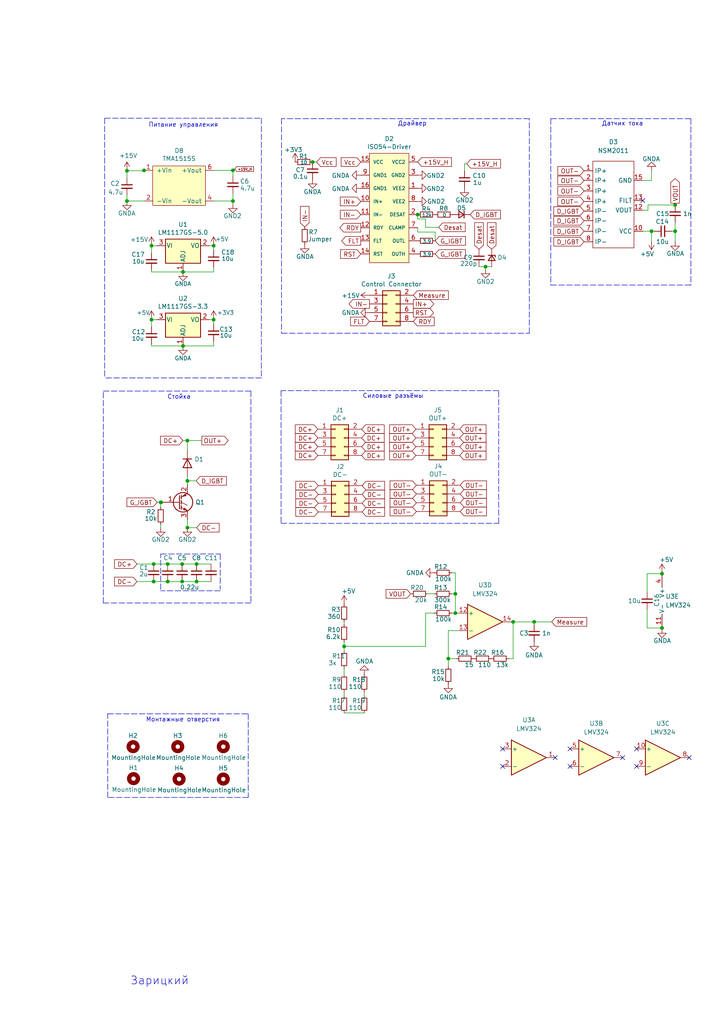
<source format=kicad_sch>
(kicad_sch (version 20211123) (generator eeschema)
  (paper "A4" portrait)
  (title_block (title "Регулятор тока обмотки возбуждения") (date "2021-12-14") (company "ООО \"ЭТТ\"") (comment 1 "НВТЦ 435332.01 РТОВ ЭЗ") (comment 2 "Филатов") (comment 3 "Сизякин") (comment 4 "Попель"))
  (lib_symbols
    (symbol "Amplifier_Operational:LMV324" (pin_names (offset 0.127))
      (property "Reference" "U" (at 0 5.08 0))
      (property "Value" "LMV324" (at 0 -5.08 0))
      (symbol "LMV324_1_1"
        (pin output line (at 7.62 0 180) (length 2.54) (name "~") (number "1"))
        (pin input line (at -7.62 -2.54 0) (length 2.54) (name "-") (number "2"))
        (pin input line (at -7.62 2.54 0) (length 2.54) (name "+") (number "3"))
      )
      (symbol "LMV324_2_1"
        (pin input line (at -7.62 2.54 0) (length 2.54) (name "+") (number "5"))
        (pin input line (at -7.62 -2.54 0) (length 2.54) (name "-") (number "6"))
        (pin output line (at 7.62 0 180) (length 2.54) (name "~") (number "7"))
      )
      (symbol "LMV324_3_1"
        (pin input line (at -7.62 2.54 0) (length 2.54) (name "+") (number "10"))
        (pin output line (at 7.62 0 180) (length 2.54) (name "~") (number "8"))
        (pin input line (at -7.62 -2.54 0) (length 2.54) (name "-") (number "9"))
      )
      (symbol "LMV324_4_1"
        (pin input line (at -7.62 2.54 0) (length 2.54) (name "+") (number "12"))
        (pin input line (at -7.62 -2.54 0) (length 2.54) (name "-") (number "13"))
        (pin output line (at 7.62 0 180) (length 2.54) (name "~") (number "14"))
      )
      (symbol "LMV324_5_1"
        (pin power_in line (at -2.54 -7.62 90) (length 3.81) (name "V-") (number "11"))
        (pin power_in line (at -2.54 7.62 270) (length 3.81) (name "V+") (number "4"))
      )
    )
    (symbol "Connector_Generic:Conn_02x04_Odd_Even" (pin_names (offset 1.016) hide)
      (property "Reference" "J" (at 1.27 5.08 0))
      (property "Value" "Conn_02x04_Odd_Even" (at 1.27 -7.62 0))
      (symbol "Conn_02x04_Odd_Even_1_1"
        (pin passive line (at -5.08 2.54 0) (length 3.81) (name "Pin_1") (number "1"))
        (pin passive line (at 7.62 2.54 180) (length 3.81) (name "Pin_2") (number "2"))
        (pin passive line (at -5.08 0 0) (length 3.81) (name "Pin_3") (number "3"))
        (pin passive line (at 7.62 0 180) (length 3.81) (name "Pin_4") (number "4"))
        (pin passive line (at -5.08 -2.54 0) (length 3.81) (name "Pin_5") (number "5"))
        (pin passive line (at 7.62 -2.54 180) (length 3.81) (name "Pin_6") (number "6"))
        (pin passive line (at -5.08 -5.08 0) (length 3.81) (name "Pin_7") (number "7"))
        (pin passive line (at 7.62 -5.08 180) (length 3.81) (name "Pin_8") (number "8"))
      )
    )
    (symbol "Current_Sensor:NSM2011"
      (property "Reference" "D" (at 0.254 3.81 0))
      (property "Value" "NSM2011" (at 0.254 1.524 0))
      (symbol "NSM2011_1_1"
        (pin input line (at -8.382 -2.794 0) (length 2.54) (name "IP+") (number "1"))
        (pin input line (at 8.636 -20.32 180) (length 2.54) (name "VCC") (number "10"))
        (pin input line (at 8.636 -14.224 180) (length 2.54) (name "VOUT") (number "12"))
        (pin input line (at 8.636 -11.43 180) (length 2.54) (name "FILT") (number "13"))
        (pin input line (at 8.636 -5.588 180) (length 2.54) (name "GND") (number "15"))
        (pin input line (at -8.382 -5.588 0) (length 2.54) (name "IP+") (number "2"))
        (pin input line (at -8.382 -8.636 0) (length 2.54) (name "IP+") (number "3"))
        (pin input line (at -8.382 -11.684 0) (length 2.54) (name "IP+") (number "4"))
        (pin input line (at -8.382 -14.478 0) (length 2.54) (name "IP-") (number "5"))
        (pin input line (at -8.382 -17.272 0) (length 2.54) (name "IP-") (number "6"))
        (pin input line (at -8.382 -20.32 0) (length 2.54) (name "IP-") (number "7"))
        (pin input line (at -8.382 -23.368 0) (length 2.54) (name "IP-") (number "8"))
      )
    )
    (symbol "Device:C_Small" (pin_numbers hide) (pin_names (offset 0.254) hide)
      (property "Reference" "C" (at 0.254 1.778 0))
      (property "Value" "C_Small" (at 0.254 -2.032 0))
      (symbol "C_Small_1_1"
        (pin passive line (at 0 2.54 270) (length 2.032) (name "~") (number "1"))
        (pin passive line (at 0 -2.54 90) (length 2.032) (name "~") (number "2"))
      )
    )
    (symbol "Device:D" (pin_numbers hide) (pin_names (offset 1.016) hide)
      (property "Reference" "D" (at 0 2.54 0))
      (property "Value" "D" (at 0 -2.54 0))
      (symbol "D_1_1"
        (pin passive line (at -3.81 0 0) (length 2.54) (name "K") (number "1"))
        (pin passive line (at 3.81 0 180) (length 2.54) (name "A") (number "2"))
      )
    )
    (symbol "Device:D_Small" (pin_numbers hide) (pin_names (offset 0.254) hide)
      (property "Reference" "D" (at -1.27 2.032 0))
      (property "Value" "D_Small" (at -3.81 -2.032 0))
      (symbol "D_Small_1_1"
        (pin passive line (at -2.54 0 0) (length 1.778) (name "K") (number "1"))
        (pin passive line (at 2.54 0 180) (length 1.778) (name "A") (number "2"))
      )
    )
    (symbol "Device:D_Zener_Small" (pin_numbers hide) (pin_names (offset 0.254) hide)
      (property "Reference" "D" (at 0 2.286 0))
      (property "Value" "D_Zener_Small" (at 0 -2.286 0))
      (symbol "D_Zener_Small_1_1"
        (pin passive line (at -2.54 0 0) (length 1.778) (name "K") (number "1"))
        (pin passive line (at 2.54 0 180) (length 1.778) (name "A") (number "2"))
      )
    )
    (symbol "Device:Q_NIGBT_GCE" (pin_names (offset 0) hide)
      (property "Reference" "Q" (at 5.08 1.27 0))
      (property "Value" "Q_NIGBT_GCE" (at 5.08 -1.27 0))
      (symbol "Q_NIGBT_GCE_1_1"
        (pin input line (at -5.08 0 0) (length 5.334) (name "G") (number "1"))
        (pin passive line (at 2.54 5.08 270) (length 2.54) (name "C") (number "2"))
        (pin passive line (at 2.54 -5.08 90) (length 2.54) (name "E") (number "3"))
      )
    )
    (symbol "Device:R_Small" (pin_numbers hide) (pin_names (offset 0.254) hide)
      (property "Reference" "R" (at 0.762 0.508 0))
      (property "Value" "R_Small" (at 0.762 -1.016 0))
      (symbol "R_Small_1_1"
        (pin passive line (at 0 2.54 270) (length 0.762) (name "~") (number "1"))
        (pin passive line (at 0 -2.54 90) (length 0.762) (name "~") (number "2"))
      )
    )
    (symbol "Linear_Regulator:TMA1515S" (pin_names (offset 1.016))
      (property "Reference" "D" (at 0 0 0))
      (property "Value" "Linear_Regulator_TMA1515S" (at 0 -2.54 0))
      (symbol "TMA1515S_1_1"
        (pin input line (at -10.16 -6.35 0) (length 2.54) (name "+Vin") (number "1"))
        (pin input line (at -10.16 -15.24 0) (length 2.54) (name "-Vin") (number "2"))
        (pin input line (at 10.16 -15.24 180) (length 2.54) (name "-Vout") (number "4"))
        (pin input line (at 10.16 -6.35 180) (length 2.54) (name "+Vout") (number "6"))
      )
    )
    (symbol "Mechanical:MountingHole" (pin_names (offset 1.016))
      (property "Reference" "H" (at 0 5.08 0))
      (property "Value" "MountingHole" (at 0 3.175 0))
    )
    (symbol "Regulator_Linear:LM1117-ADJ" (pin_names (offset 0.254))
      (property "Reference" "U" (at -3.81 3.175 0))
      (property "Value" "LM1117-ADJ" (at 0 3.175 0))
      (symbol "LM1117-ADJ_1_1"
        (pin input line (at 0 -7.62 90) (length 2.54) (name "ADJ") (number "1"))
        (pin power_out line (at 7.62 0 180) (length 2.54) (name "VO") (number "2"))
        (pin power_in line (at -7.62 0 0) (length 2.54) (name "VI") (number "3"))
      )
    )
    (symbol "power:+15V" (power) (pin_names (offset 0))
      (property "Value" "+15V" (at 0 3.556 0))
      (symbol "+15V_1_1"
        (pin power_in line (at 0 0 90) (length 0) hide (name "+15V") (number "1"))
      )
    )
    (symbol "power:+3.3V" (power) (pin_names (offset 0))
      (property "Value" "+3.3V" (at 0 3.556 0))
      (symbol "+3.3V_1_1"
        (pin power_in line (at 0 0 90) (length 0) hide (name "+3V3") (number "1"))
      )
    )
    (symbol "power:+5V" (power) (pin_names (offset 0))
      (property "Value" "+5V" (at 0 3.556 0))
      (symbol "+5V_1_1"
        (pin power_in line (at 0 0 90) (length 0) hide (name "+5V") (number "1"))
      )
    )
    (symbol "power:GND2" (power) (pin_names (offset 0))
      (property "Value" "GND2" (at 0 -3.81 0))
      (symbol "GND2_1_1"
        (pin power_in line (at 0 0 270) (length 0) hide (name "GND2") (number "1"))
      )
    )
    (symbol "power:GNDA" (power) (pin_names (offset 0))
      (property "Value" "GNDA" (at 0 -3.81 0))
      (symbol "GNDA_1_1"
        (pin power_in line (at 0 0 270) (length 0) hide (name "GNDA") (number "1"))
      )
    )
    (symbol "Драйвер-IGBT-rescue:ISO54-Driver-Driver_SiC-rescue-Драйвер-IGBT-rescue-Драйвер-IGBT-rescue" (pin_names (offset 1.016))
      (property "Reference" "D" (at 0 0 0))
      (property "Value" "ISO54-Driver-Driver_SiC-rescue-Драйвер-IGBT-rescue-Драйвер-IGBT-rescue" (at 0 -2.54 0))
      (symbol "ISO54-Driver-Driver_SiC-rescue-Драйвер-IGBT-rescue-Драйвер-IGBT-rescue_1_1"
        (pin input line (at 7.62 -13.97 180) (length 2.54) (name "VEE2") (number "1"))
        (pin input line (at -8.89 -17.78 0) (length 2.54) (name "IN+") (number "10"))
        (pin input line (at -8.89 -21.59 0) (length 2.54) (name "IN-") (number "11"))
        (pin input line (at -8.89 -25.4 0) (length 2.54) (name "RDY") (number "12"))
        (pin input line (at -8.89 -29.21 0) (length 2.54) (name "FLT") (number "13"))
        (pin input line (at -8.89 -33.02 0) (length 2.54) (name "RST") (number "14"))
        (pin input line (at -8.89 -6.35 0) (length 2.54) (name "VCC") (number "15"))
        (pin input line (at -8.89 -13.97 0) (length 2.54) (name "GND1") (number "16"))
        (pin input line (at 7.62 -21.59 180) (length 2.54) (name "DESAT") (number "2"))
        (pin input line (at 7.62 -10.16 180) (length 2.54) (name "GND2") (number "3"))
        (pin input line (at 7.62 -33.02 180) (length 2.54) (name "OUTH") (number "4"))
        (pin input line (at 7.62 -6.35 180) (length 2.54) (name "VCC2") (number "5"))
        (pin input line (at 7.62 -29.21 180) (length 2.54) (name "OUTL") (number "6"))
        (pin input line (at 7.62 -25.4 180) (length 2.54) (name "CLAMP") (number "7"))
        (pin input line (at 7.62 -17.78 180) (length 2.54) (name "VEE2") (number "8"))
        (pin input line (at -8.89 -10.16 0) (length 2.54) (name "GND1") (number "9"))
      )
    )
  )
  (junction (at 121.158 62.23))
  (junction (at 46.736 145.669))
  (junction (at 188.976 67.056))
  (junction (at 195.834 59.436))
  (junction (at 43.942 92.71))
  (junction (at 41.783 49.403))
  (junction (at 192.024 166.37))
  (junction (at 140.843 77.343))
  (junction (at 53.086 100.33))
  (junction (at 61.976 92.71))
  (junction (at 61.976 71.247))
  (junction (at 57.023 168.656))
  (junction (at 54.356 139.446))
  (junction (at 52.832 163.576))
  (junction (at 67.564 58.293))
  (junction (at 43.942 71.247))
  (junction (at 154.94 180.34))
  (junction (at 192.024 182.118))
  (junction (at 36.83 58.293))
  (junction (at 36.83 49.53))
  (junction (at 48.641 168.656))
  (junction (at 90.678 46.99))
  (junction (at 48.641 163.576))
  (junction (at 54.356 127.762))
  (junction (at 53.086 78.867))
  (junction (at 132.08 172.212))
  (junction (at 195.834 67.056))
  (junction (at 46.609 145.669))
  (junction (at 44.577 168.656))
  (junction (at 132.08 177.8))
  (junction (at 44.577 163.576))
  (junction (at 148.844 180.34))
  (junction (at 130.048 191.008))
  (junction (at 57.023 163.576))
  (junction (at 67.564 49.403))
  (junction (at 99.822 187.452))
  (junction (at 54.356 153.035))
  (junction (at 52.832 168.656))
  (no_connect (at 186.436 58.166))
  (no_connect (at 199.898 219.71))
  (no_connect (at 145.796 217.17))
  (no_connect (at 145.796 222.25))
  (no_connect (at 161.036 219.71))
  (no_connect (at 165.354 217.17))
  (no_connect (at 165.354 222.25))
  (no_connect (at 180.594 219.71))
  (no_connect (at 184.658 217.17))
  (no_connect (at 184.658 222.25))
  (wire (pts (xy 140.843 77.343) (xy 142.621 77.343)))
  (polyline (pts (xy 159.766 82.677) (xy 200.406 82.677)))
  (wire (pts (xy 154.94 180.34) (xy 160.02 180.34)))
  (polyline (pts (xy 200.406 34.417) (xy 200.406 82.677)))
  (wire (pts (xy 52.832 163.576) (xy 48.641 163.576)))
  (polyline (pts (xy 81.661 34.417) (xy 81.661 96.647)))
  (polyline (pts (xy 30.353 34.29) (xy 75.819 34.29)))
  (wire (pts (xy 67.564 49.022) (xy 68.072 49.022)))
  (polyline (pts (xy 30.353 34.29) (xy 30.353 109.601)))
  (wire (pts (xy 43.942 78.867) (xy 53.086 78.867)))
  (wire (pts (xy 130.048 182.88) (xy 133.096 182.88)))
  (wire (pts (xy 36.83 51.562) (xy 36.83 49.53)))
  (wire (pts (xy 57.023 163.576) (xy 61.214 163.576)))
  (wire (pts (xy 188.976 67.056) (xy 188.976 69.85)))
  (polyline (pts (xy 153.543 34.417) (xy 81.661 34.417)))
  (polyline (pts (xy 81.534 113.284) (xy 81.534 151.765)))
  (wire (pts (xy 121.158 63.5) (xy 121.158 62.23)))
  (wire (pts (xy 131.064 166.116) (xy 132.08 166.116)))
  (wire (pts (xy 105.664 200.66) (xy 105.664 201.676)))
  (wire (pts (xy 43.942 94.742) (xy 43.942 92.71)))
  (wire (pts (xy 132.08 166.116) (xy 132.08 172.212)))
  (polyline (pts (xy 144.653 113.284) (xy 81.534 113.284)))
  (wire (pts (xy 48.641 168.656) (xy 44.577 168.656)))
  (wire (pts (xy 132.08 177.8) (xy 133.096 177.8)))
  (wire (pts (xy 67.564 56.134) (xy 67.564 58.293)))
  (wire (pts (xy 54.356 150.749) (xy 54.356 153.035)))
  (wire (pts (xy 67.564 58.293) (xy 67.564 59.182)))
  (wire (pts (xy 46.609 147.066) (xy 46.609 145.669)))
  (wire (pts (xy 192.024 182.118) (xy 192.024 181.864)))
  (wire (pts (xy 125.984 177.8) (xy 123.444 177.8)))
  (polyline (pts (xy 159.766 34.417) (xy 200.406 34.417)))
  (wire (pts (xy 188.976 67.056) (xy 189.738 67.056)))
  (polyline (pts (xy 31.242 231.267) (xy 31.242 207.01)))
  (polyline (pts (xy 75.819 109.601) (xy 30.353 109.601)))
  (wire (pts (xy 44.577 163.576) (xy 48.641 163.576)))
  (wire (pts (xy 99.822 187.452) (xy 123.444 187.452)))
  (polyline (pts (xy 29.972 113.411) (xy 72.771 113.411)))
  (wire (pts (xy 131.064 177.8) (xy 132.08 177.8)))
  (wire (pts (xy 134.747 49.53) (xy 134.747 47.498)))
  (wire (pts (xy 188.976 52.324) (xy 186.436 52.324)))
  (wire (pts (xy 192.024 182.372) (xy 192.024 182.118)))
  (wire (pts (xy 123.444 177.8) (xy 123.444 187.452)))
  (wire (pts (xy 192.024 166.116) (xy 192.024 166.37)))
  (polyline (pts (xy 72.771 113.411) (xy 72.771 174.879)))
  (wire (pts (xy 123.444 63.5) (xy 121.158 63.5)))
  (wire (pts (xy 52.832 163.576) (xy 57.023 163.576)))
  (wire (pts (xy 60.706 71.247) (xy 61.976 71.247)))
  (wire (pts (xy 54.356 127.762) (xy 54.356 130.556)))
  (wire (pts (xy 148.844 180.34) (xy 148.336 180.34)))
  (wire (pts (xy 39.751 168.656) (xy 44.577 168.656)))
  (wire (pts (xy 43.942 78.359) (xy 43.942 78.867)))
  (wire (pts (xy 46.609 152.146) (xy 46.609 153.035)))
  (polyline (pts (xy 144.653 151.765) (xy 144.653 113.284)))
  (wire (pts (xy 148.844 180.34) (xy 148.844 191.008)))
  (wire (pts (xy 61.976 77.597) (xy 61.976 78.867)))
  (wire (pts (xy 154.94 180.34) (xy 154.94 181.102)))
  (polyline (pts (xy 63.881 160.655) (xy 63.881 170.942)))
  (wire (pts (xy 124.206 172.212) (xy 125.984 172.212)))
  (wire (pts (xy 45.593 145.669) (xy 46.609 145.669)))
  (wire (pts (xy 121.158 66.04) (xy 121.158 67.31)))
  (wire (pts (xy 43.942 99.822) (xy 43.942 100.33)))
  (wire (pts (xy 62.103 49.403) (xy 67.564 49.403)))
  (wire (pts (xy 36.83 49.53) (xy 41.783 49.53)))
  (wire (pts (xy 43.942 71.247) (xy 45.466 71.247)))
  (wire (pts (xy 195.834 67.056) (xy 195.834 70.104)))
  (wire (pts (xy 67.564 51.054) (xy 67.564 49.403)))
  (wire (pts (xy 39.751 163.576) (xy 44.577 163.576)))
  (wire (pts (xy 138.938 77.343) (xy 140.843 77.343)))
  (wire (pts (xy 99.822 180.34) (xy 99.822 181.102)))
  (wire (pts (xy 134.747 47.498) (xy 135.382 47.498)))
  (wire (pts (xy 130.048 182.88) (xy 130.048 191.008)))
  (wire (pts (xy 54.356 139.446) (xy 54.356 140.589)))
  (wire (pts (xy 54.356 153.035) (xy 57.023 153.035)))
  (wire (pts (xy 187.706 171.704) (xy 187.706 166.37)))
  (wire (pts (xy 99.822 187.452) (xy 99.822 188.722)))
  (wire (pts (xy 53.086 127.762) (xy 54.356 127.762)))
  (wire (pts (xy 186.436 67.056) (xy 188.976 67.056)))
  (wire (pts (xy 62.103 58.293) (xy 67.564 58.293)))
  (wire (pts (xy 67.564 49.403) (xy 67.564 49.022)))
  (wire (pts (xy 46.609 145.669) (xy 46.736 145.669)))
  (polyline (pts (xy 75.819 34.29) (xy 75.819 109.601)))
  (wire (pts (xy 187.96 60.96) (xy 186.436 60.96)))
  (wire (pts (xy 43.942 100.33) (xy 53.086 100.33)))
  (wire (pts (xy 56.896 139.446) (xy 54.356 139.446)))
  (wire (pts (xy 36.83 56.642) (xy 36.83 58.293)))
  (wire (pts (xy 54.356 138.176) (xy 54.356 139.446)))
  (wire (pts (xy 130.048 191.008) (xy 130.048 193.294)))
  (wire (pts (xy 130.048 191.008) (xy 132.334 191.008)))
  (wire (pts (xy 192.024 166.37) (xy 192.024 166.624)))
  (polyline (pts (xy 81.534 151.765) (xy 144.653 151.765)))
  (wire (pts (xy 195.834 59.436) (xy 187.96 59.436)))
  (polyline (pts (xy 72.009 231.267) (xy 31.242 231.267)))
  (wire (pts (xy 99.822 206.756) (xy 105.664 206.756)))
  (wire (pts (xy 61.976 100.33) (xy 53.086 100.33)))
  (wire (pts (xy 188.976 49.53) (xy 188.976 52.324)))
  (wire (pts (xy 90.678 46.99) (xy 91.821 46.99)))
  (polyline (pts (xy 46.609 170.942) (xy 46.609 160.655)))
  (wire (pts (xy 126.238 67.31) (xy 126.238 69.85)))
  (polyline (pts (xy 63.881 171.323) (xy 46.609 171.323)))
  (wire (pts (xy 123.444 65.913) (xy 123.444 63.5)))
  (wire (pts (xy 99.822 200.66) (xy 99.822 201.676)))
  (wire (pts (xy 132.08 172.212) (xy 132.08 177.8)))
  (wire (pts (xy 195.834 64.516) (xy 195.834 67.056)))
  (wire (pts (xy 194.818 67.056) (xy 195.834 67.056)))
  (wire (pts (xy 127.254 65.913) (xy 123.444 65.913)))
  (wire (pts (xy 52.832 168.656) (xy 57.023 168.656)))
  (wire (pts (xy 61.976 99.06) (xy 61.976 100.33)))
  (polyline (pts (xy 31.242 207.01) (xy 72.009 207.01)))
  (wire (pts (xy 148.844 180.34) (xy 154.94 180.34)))
  (wire (pts (xy 61.976 78.867) (xy 53.086 78.867)))
  (polyline (pts (xy 72.009 207.01) (xy 72.009 231.267)))
  (wire (pts (xy 187.706 176.784) (xy 187.706 182.118)))
  (wire (pts (xy 57.023 168.656) (xy 61.214 168.656)))
  (polyline (pts (xy 46.609 160.655) (xy 63.881 160.655)))
  (wire (pts (xy 60.706 92.71) (xy 61.976 92.71)))
  (wire (pts (xy 43.942 92.71) (xy 45.466 92.71)))
  (wire (pts (xy 187.96 59.436) (xy 187.96 60.96)))
  (polyline (pts (xy 29.972 174.879) (xy 29.972 113.411)))
  (wire (pts (xy 195.834 58.928) (xy 195.834 59.436)))
  (wire (pts (xy 187.706 166.37) (xy 192.024 166.37)))
  (wire (pts (xy 147.574 191.008) (xy 148.844 191.008)))
  (wire (pts (xy 121.158 67.31) (xy 126.238 67.31)))
  (polyline (pts (xy 81.661 96.647) (xy 153.543 96.647)))
  (wire (pts (xy 54.356 127.762) (xy 58.547 127.762)))
  (wire (pts (xy 43.942 73.279) (xy 43.942 71.247)))
  (wire (pts (xy 187.706 182.118) (xy 192.024 182.118)))
  (wire (pts (xy 131.064 172.212) (xy 132.08 172.212)))
  (polyline (pts (xy 153.543 96.647) (xy 153.543 34.417)))
  (wire (pts (xy 99.822 193.802) (xy 99.822 195.58)))
  (polyline (pts (xy 159.766 34.417) (xy 159.766 82.677)))
  (polyline (pts (xy 72.771 174.879) (xy 29.972 174.879)))
  (wire (pts (xy 99.822 186.182) (xy 99.822 187.452)))
  (wire (pts (xy 41.783 58.293) (xy 36.83 58.293)))
  (wire (pts (xy 61.976 71.247) (xy 61.976 72.517)))
  (wire (pts (xy 52.832 168.656) (xy 48.641 168.656)))
  (wire (pts (xy 140.843 78.105) (xy 140.843 77.343)))
  (wire (pts (xy 41.783 49.53) (xy 41.783 49.403)))
  (wire (pts (xy 61.976 92.71) (xy 61.976 93.98)))
  (text "Драйвер" (at 115.316 36.703 0) (effects (font (size 1.27 1.27)) (justify left bottom)))
  (text "Зарицкий" (at 37.719 285.877 0) (effects (font (size 2.3114 2.3114)) (justify left bottom)))
  (text "Питание управления" (at 43.053 37.084 0) (effects (font (size 1.27 1.27)) (justify left bottom)))
  (text "Силовые разъёмы" (at 105.156 115.697 0) (effects (font (size 1.27 1.27)) (justify left bottom)))
  (text "Стойка\n" (at 48.514 115.951 0) (effects (font (size 1.27 1.27)) (justify left bottom)))
  (text "Монтажные отверстия" (at 42.291 209.55 0) (effects (font (size 1.27 1.27)) (justify left bottom)))
  (text "Датчик тока\n" (at 174.498 36.703 0) (effects (font (size 1.27 1.27)) (justify left bottom)))
  (global_label "OUT-" (shape input) (at 120.777 148.336 180) (property "Intersheet References" "${INTERSHEET_REFS}" (effects hide)))
  (global_label "+15V_H" (shape input) (at 68.072 49.022 0) (effects (font (size 0.7112 0.7112))) (property "Intersheet References" "${INTERSHEET_REFS}" (effects hide)))
  (global_label "D_IGBT" (shape input) (at 169.418 64.008 180) (property "Intersheet References" "${INTERSHEET_REFS}" (effects hide)))
  (global_label "Vcc" (shape input) (at 91.821 46.99 0) (property "Intersheet References" "${INTERSHEET_REFS}" (effects hide)))
  (global_label "OUT-" (shape input) (at 169.418 58.42 180) (property "Intersheet References" "${INTERSHEET_REFS}" (effects hide)))
  (global_label "D_IGBT" (shape input) (at 169.418 70.104 180) (property "Intersheet References" "${INTERSHEET_REFS}" (effects hide)))
  (global_label "DC-" (shape input) (at 105.029 145.923 0) (property "Intersheet References" "${INTERSHEET_REFS}" (effects hide)))
  (global_label "OUT+" (shape input) (at 120.65 129.54 180) (property "Intersheet References" "${INTERSHEET_REFS}" (effects hide)))
  (global_label "OUT-" (shape input) (at 133.477 148.336 0) (property "Intersheet References" "${INTERSHEET_REFS}" (effects hide)))
  (global_label "+15V_H" (shape input) (at 135.382 47.498 0) (property "Intersheet References" "${INTERSHEET_REFS}" (effects hide)))
  (global_label "OUT-" (shape input) (at 120.777 145.796 180) (property "Intersheet References" "${INTERSHEET_REFS}" (effects hide)))
  (global_label "OUT+" (shape input) (at 120.65 132.08 180) (property "Intersheet References" "${INTERSHEET_REFS}" (effects hide)))
  (global_label "G_IGBT" (shape input) (at 126.238 69.85 0) (property "Intersheet References" "${INTERSHEET_REFS}" (effects hide)))
  (global_label "+15V_H" (shape input) (at 121.158 46.99 0) (property "Intersheet References" "${INTERSHEET_REFS}" (effects hide)))
  (global_label "Vcc" (shape input) (at 104.648 46.99 180) (property "Intersheet References" "${INTERSHEET_REFS}" (effects hide)))
  (global_label "DC+" (shape input) (at 92.202 132.08 180) (property "Intersheet References" "${INTERSHEET_REFS}" (effects hide)))
  (global_label "DC-" (shape input) (at 105.029 148.463 0) (property "Intersheet References" "${INTERSHEET_REFS}" (effects hide)))
  (global_label "OUT-" (shape input) (at 169.418 52.324 180) (property "Intersheet References" "${INTERSHEET_REFS}" (effects hide)))
  (global_label "OUT+" (shape input) (at 120.65 127 180) (property "Intersheet References" "${INTERSHEET_REFS}" (effects hide)))
  (global_label "DC+" (shape input) (at 39.751 163.576 180) (property "Intersheet References" "${INTERSHEET_REFS}" (effects hide)))
  (global_label "DC-" (shape input) (at 92.329 140.843 180) (property "Intersheet References" "${INTERSHEET_REFS}" (effects hide)))
  (global_label "OUT+" (shape input) (at 133.35 124.46 0) (property "Intersheet References" "${INTERSHEET_REFS}" (effects hide)))
  (global_label "IN-" (shape input) (at 104.648 62.23 180) (property "Intersheet References" "${INTERSHEET_REFS}" (effects hide)))
  (global_label "OUT-" (shape input) (at 133.477 143.256 0) (property "Intersheet References" "${INTERSHEET_REFS}" (effects hide)))
  (global_label "DC+" (shape input) (at 92.202 127 180) (property "Intersheet References" "${INTERSHEET_REFS}" (effects hide)))
  (global_label "OUT-" (shape input) (at 169.418 55.372 180) (property "Intersheet References" "${INTERSHEET_REFS}" (effects hide)))
  (global_label "IN-" (shape output) (at 107.188 88.138 180) (property "Intersheet References" "${INTERSHEET_REFS}" (effects hide)))
  (global_label "FLT" (shape output) (at 104.648 69.85 180) (property "Intersheet References" "${INTERSHEET_REFS}" (effects hide)))
  (global_label "RDY" (shape input) (at 119.888 93.218 0) (property "Intersheet References" "${INTERSHEET_REFS}" (effects hide)))
  (global_label "VOUT" (shape input) (at 119.126 172.212 180) (property "Intersheet References" "${INTERSHEET_REFS}" (effects hide)))
  (global_label "IN+" (shape input) (at 104.648 58.42 180) (property "Intersheet References" "${INTERSHEET_REFS}" (effects hide)))
  (global_label "OUT+" (shape input) (at 133.35 132.08 0) (property "Intersheet References" "${INTERSHEET_REFS}" (effects hide)))
  (global_label "OUT-" (shape input) (at 133.477 145.796 0) (property "Intersheet References" "${INTERSHEET_REFS}" (effects hide)))
  (global_label "FLT" (shape input) (at 107.188 93.218 180) (property "Intersheet References" "${INTERSHEET_REFS}" (effects hide)))
  (global_label "RST" (shape output) (at 119.888 90.678 0) (property "Intersheet References" "${INTERSHEET_REFS}" (effects hide)))
  (global_label "DC-" (shape input) (at 92.329 145.923 180) (property "Intersheet References" "${INTERSHEET_REFS}" (effects hide)))
  (global_label "DC+" (shape input) (at 104.902 129.54 0) (property "Intersheet References" "${INTERSHEET_REFS}" (effects hide)))
  (global_label "OUT+" (shape output) (at 58.547 127.762 0) (property "Intersheet References" "${INTERSHEET_REFS}" (effects hide)))
  (global_label "DC-" (shape input) (at 105.029 143.383 0) (property "Intersheet References" "${INTERSHEET_REFS}" (effects hide)))
  (global_label "IN+" (shape output) (at 119.888 88.138 0) (property "Intersheet References" "${INTERSHEET_REFS}" (effects hide)))
  (global_label "OUT+" (shape input) (at 133.35 129.54 0) (property "Intersheet References" "${INTERSHEET_REFS}" (effects hide)))
  (global_label "DC+" (shape input) (at 92.202 129.54 180) (property "Intersheet References" "${INTERSHEET_REFS}" (effects hide)))
  (global_label "Measure" (shape input) (at 160.02 180.34 0) (property "Intersheet References" "${INTERSHEET_REFS}" (effects hide)))
  (global_label "DC+" (shape input) (at 104.902 124.46 0) (property "Intersheet References" "${INTERSHEET_REFS}" (effects hide)))
  (global_label "DC-" (shape input) (at 105.029 140.843 0) (property "Intersheet References" "${INTERSHEET_REFS}" (effects hide)))
  (global_label "D_IGBT" (shape input) (at 169.418 67.056 180) (property "Intersheet References" "${INTERSHEET_REFS}" (effects hide)))
  (global_label "DC+" (shape input) (at 92.202 124.46 180) (property "Intersheet References" "${INTERSHEET_REFS}" (effects hide)))
  (global_label "RST" (shape input) (at 104.648 73.66 180) (property "Intersheet References" "${INTERSHEET_REFS}" (effects hide)))
  (global_label "OUT-" (shape input) (at 133.477 140.716 0) (property "Intersheet References" "${INTERSHEET_REFS}" (effects hide)))
  (global_label "Desat" (shape input) (at 127.254 65.913 0) (property "Intersheet References" "${INTERSHEET_REFS}" (effects hide)))
  (global_label "D_IGBT" (shape input) (at 136.398 62.23 0) (property "Intersheet References" "${INTERSHEET_REFS}" (effects hide)))
  (global_label "D_IGBT" (shape input) (at 56.896 139.446 0) (property "Intersheet References" "${INTERSHEET_REFS}" (effects hide)))
  (global_label "VOUT" (shape output) (at 195.834 58.928 90) (property "Intersheet References" "${INTERSHEET_REFS}" (effects hide)))
  (global_label "OUT-" (shape input) (at 120.777 143.256 180) (property "Intersheet References" "${INTERSHEET_REFS}" (effects hide)))
  (global_label "G_IGBT" (shape input) (at 126.238 73.66 0) (property "Intersheet References" "${INTERSHEET_REFS}" (effects hide)))
  (global_label "DC+" (shape input) (at 104.902 132.08 0) (property "Intersheet References" "${INTERSHEET_REFS}" (effects hide)))
  (global_label "D_IGBT" (shape input) (at 169.418 61.214 180) (property "Intersheet References" "${INTERSHEET_REFS}" (effects hide)))
  (global_label "OUT+" (shape input) (at 120.65 124.46 180) (property "Intersheet References" "${INTERSHEET_REFS}" (effects hide)))
  (global_label "DC+" (shape input) (at 104.902 127 0) (property "Intersheet References" "${INTERSHEET_REFS}" (effects hide)))
  (global_label "G_IGBT" (shape input) (at 45.593 145.669 180) (property "Intersheet References" "${INTERSHEET_REFS}" (effects hide)))
  (global_label "DC-" (shape input) (at 92.329 148.463 180) (property "Intersheet References" "${INTERSHEET_REFS}" (effects hide)))
  (global_label "RDY" (shape output) (at 104.648 66.04 180) (property "Intersheet References" "${INTERSHEET_REFS}" (effects hide)))
  (global_label "DC-" (shape input) (at 57.023 153.035 0) (property "Intersheet References" "${INTERSHEET_REFS}" (effects hide)))
  (global_label "Measure" (shape input) (at 119.888 85.598 0) (property "Intersheet References" "${INTERSHEET_REFS}" (effects hide)))
  (global_label "Desat" (shape input) (at 142.621 72.263 90) (property "Intersheet References" "${INTERSHEET_REFS}" (effects hide)))
  (global_label "DC-" (shape input) (at 92.329 143.383 180) (property "Intersheet References" "${INTERSHEET_REFS}" (effects hide)))
  (global_label "IN-" (shape input) (at 88.392 65.786 90) (property "Intersheet References" "${INTERSHEET_REFS}" (effects hide)))
  (global_label "Desat" (shape input) (at 138.938 72.263 90) (property "Intersheet References" "${INTERSHEET_REFS}" (effects hide)))
  (global_label "OUT+" (shape input) (at 133.35 127 0) (property "Intersheet References" "${INTERSHEET_REFS}" (effects hide)))
  (global_label "OUT-" (shape input) (at 169.418 49.53 180) (property "Intersheet References" "${INTERSHEET_REFS}" (effects hide)))
  (global_label "OUT-" (shape input) (at 120.777 140.716 180) (property "Intersheet References" "${INTERSHEET_REFS}" (effects hide)))
  (global_label "DC+" (shape input) (at 53.086 127.762 180) (property "Intersheet References" "${INTERSHEET_REFS}" (effects hide)))
  (global_label "DC-" (shape input) (at 39.751 168.656 180) (property "Intersheet References" "${INTERSHEET_REFS}" (effects hide)))
  (symbol (lib_id "Драйвер-IGBT-rescue:ISO54-Driver-Driver_SiC-rescue-Драйвер-IGBT-rescue-Драйвер-IGBT-rescue") (at 113.538 40.64 0) (unit 1)
    (property "Reference" "D2" (at 112.903 40.259 0))
    (property "Value" "ISO54-Driver" (at 112.903 42.5704 0))
    (property "Footprint" "Package_SO:SOIC-16W_7.5x10.3mm_P1.27mm" (effects hide))
  )
  (symbol (lib_id "Device:C_Small") (at 90.678 49.53 0) (unit 1)
    (property "Reference" "C7" (at 85.725 49.276 0) (effects (justify left)))
    (property "Value" "0.1u" (at 84.963 51.181 0) (effects (justify left)))
    (property "Footprint" "Capacitor_SMD:C_0603_1608Metric_Pad1.05x0.95mm_HandSolder" (effects hide))
  )
  (symbol (lib_id "Device:C_Small") (at 134.747 52.07 0) (unit 1)
    (property "Reference" "C10" (at 137.033 50.927 0) (effects (justify left)))
    (property "Value" "1u" (at 137.16 52.959 0) (effects (justify left)))
    (property "Footprint" "Capacitor_SMD:C_0603_1608Metric_Pad1.05x0.95mm_HandSolder" (effects hide))
  )
  (symbol (lib_id "Device:C_Small") (at 138.938 74.803 0) (unit 1)
    (property "Reference" "C9" (at 134.366 74.676 0) (effects (justify left)))
    (property "Value" "220p" (at 138.43 76.454 0) (effects (justify right)))
    (property "Footprint" "Capacitor_SMD:C_0603_1608Metric_Pad1.05x0.95mm_HandSolder" (effects hide))
  )
  (symbol (lib_id "Device:R_Small") (at 88.138 46.99 90) (unit 1)
    (property "Reference" "R1" (at 89.408 45.339 90) (effects (justify left)))
    (property "Value" "10" (at 88.138 47.117 90) (effects (font (size 0.9906 0.9906))))
    (property "Footprint" "Resistor_SMD:R_0805_2012Metric_Pad1.15x1.40mm_HandSolder" (effects hide))
  )
  (symbol (lib_id "Device:R_Small") (at 123.698 69.85 90) (unit 1)
    (property "Reference" "R5" (effects hide))
    (property "Value" "3.9" (at 123.825 69.977 90) (effects (font (size 0.9906 0.9906))))
    (property "Footprint" "Resistor_SMD:R_1206_3216Metric_Pad1.42x1.75mm_HandSolder" (effects hide))
  )
  (symbol (lib_id "Device:R_Small") (at 123.698 62.23 90) (unit 1)
    (property "Reference" "R4" (at 124.968 60.579 90) (effects (justify left)))
    (property "Value" "12k" (at 123.825 62.357 90) (effects (font (size 0.9906 0.9906))))
    (property "Footprint" "Resistor_SMD:R_0805_2012Metric_Pad1.15x1.40mm_HandSolder" (effects hide))
  )
  (symbol (lib_id "Device:R_Small") (at 123.698 73.66 90) (unit 1)
    (property "Reference" "R6" (effects hide))
    (property "Value" "3.9" (at 123.825 73.787 90) (effects (font (size 0.9906 0.9906))))
    (property "Footprint" "Resistor_SMD:R_1206_3216Metric_Pad1.42x1.75mm_HandSolder" (effects hide))
  )
  (symbol (lib_id "Device:D_Small") (at 133.858 62.23 180) (unit 1)
    (property "Reference" "D5" (at 133.858 60.325 0))
    (property "Value" "MURS360T3G" (effects hide))
    (property "Footprint" "Diode_SMD:D_SMC" (effects hide))
  )
  (symbol (lib_id "Device:D_Zener_Small") (at 142.621 74.803 270) (unit 1)
    (property "Reference" "D4" (at 144.272 74.676 90) (effects (justify left)))
    (property "Value" "BZT52C10-7-F" (effects hide))
    (property "Footprint" "Diode_SMD:D_SOD-123" (effects hide))
  )
  (symbol (lib_id "power:GND2") (at 121.158 54.61 90) (unit 1)
    (property "Reference" "#PWR015" (effects hide))
    (property "Value" "GND2" (at 126.365 54.737 90))
  )
  (symbol (lib_id "power:GND2") (at 140.843 78.105 0) (unit 1)
    (property "Reference" "#PWR016" (effects hide))
    (property "Value" "GND2" (at 143.51 81.661 0) (effects (justify right)))
  )
  (symbol (lib_id "power:GND2") (at 67.564 59.182 0) (unit 1)
    (property "Reference" "#PWR08" (effects hide))
    (property "Value" "GND2" (at 70.104 62.611 0) (effects (justify right)))
  )
  (symbol (lib_id "Device:C_Small") (at 36.83 54.102 0) (unit 1)
    (property "Reference" "C2" (at 32.004 53.213 0) (effects (justify left)))
    (property "Value" "4.7u" (at 31.369 55.753 0) (effects (justify left)))
    (property "Footprint" "Capacitor_SMD:C_1210_3225Metric_Pad1.42x2.65mm_HandSolder" (effects hide))
  )
  (symbol (lib_id "Device:C_Small") (at 67.564 53.594 0) (unit 1)
    (property "Reference" "C6" (at 69.596 52.578 0) (effects (justify left)))
    (property "Value" "4.7u" (at 69.596 54.61 0) (effects (justify left)))
    (property "Footprint" "Capacitor_SMD:C_1210_3225Metric_Pad1.42x2.65mm_HandSolder" (effects hide))
  )
  (symbol (lib_id "power:+15V") (at 36.83 49.53 0) (unit 1)
    (property "Reference" "#PWR03" (effects hide))
    (property "Value" "+15V" (at 37.211 45.1358 0))
  )
  (symbol (lib_id "Mechanical:MountingHole") (at 38.608 216.535 0) (unit 1)
    (property "Reference" "H2" (at 37.211 213.36 0) (effects (justify left)))
    (property "Value" "MountingHole" (at 32.258 219.71 0) (effects (justify left)))
    (property "Footprint" "MountingHole:MountingHole_3mm" (effects hide))
  )
  (symbol (lib_id "Device:C_Small") (at 61.976 75.057 0) (unit 1)
    (property "Reference" "C18" (at 64.135 73.152 0) (effects (justify left)))
    (property "Value" "10u" (at 67.818 75.057 0) (effects (font (size 1.1938 1.1938)) (justify right)))
    (property "Footprint" "Capacitor_SMD:C_0805_2012Metric_Pad1.15x1.40mm_HandSolder" (effects hide))
  )
  (symbol (lib_id "Device:C_Small") (at 43.942 75.819 0) (unit 1)
    (property "Reference" "C17" (at 38.1 73.787 0) (effects (justify left)))
    (property "Value" "10u" (at 41.91 75.819 0) (effects (font (size 1.1938 1.1938)) (justify right)))
    (property "Footprint" "Capacitor_SMD:C_0805_2012Metric_Pad1.15x1.40mm_HandSolder" (effects hide))
  )
  (symbol (lib_id "power:+15V") (at 43.942 71.247 0) (unit 1)
    (property "Reference" "#PWR039" (effects hide))
    (property "Value" "+15V" (at 40.386 69.469 0))
  )
  (symbol (lib_id "power:GNDA") (at 53.086 78.867 0) (unit 1)
    (property "Reference" "#PWR040" (effects hide))
    (property "Value" "GNDA" (at 55.499 82.296 0) (effects (font (size 1.1938 1.1938)) (justify right)))
  )
  (symbol (lib_id "power:+5V") (at 61.976 71.247 0) (unit 1)
    (property "Reference" "#PWR041" (effects hide))
    (property "Value" "+5V" (at 64.389 69.342 0) (effects (font (size 1.1938 1.1938))))
  )
  (symbol (lib_id "power:+15V") (at 107.188 85.598 90) (unit 1)
    (property "Reference" "#PWR01" (effects hide))
    (property "Value" "+15V" (at 101.727 85.725 90))
  )
  (symbol (lib_id "Device:Q_NIGBT_GCE") (at 51.816 145.669 0) (unit 1)
    (property "Reference" "Q1" (at 56.642 145.669 0) (effects (justify left)))
    (property "Value" "HGTG20N60A4" (effects hide))
    (property "Footprint" "Package_TO_SOT_THT:TO-247-3_Vertical" (effects hide))
  )
  (symbol (lib_id "Device:R_Small") (at 46.609 149.606 0) (unit 1)
    (property "Reference" "R2" (at 42.418 148.463 0) (effects (justify left)))
    (property "Value" "10k" (at 41.91 150.368 0) (effects (justify left)))
    (property "Footprint" "Resistor_SMD:R_0805_2012Metric_Pad1.15x1.40mm_HandSolder" (effects hide))
  )
  (symbol (lib_id "Device:C_Small") (at 44.577 166.116 0) (unit 1)
    (property "Reference" "C1" (at 40.386 164.592 0) (effects (justify left)))
    (property "Value" "2u" (at 40.386 166.497 0) (effects (justify left)))
    (property "Footprint" "Capacitor_THT:C_Rect_L31.5mm_W13.0mm_P27.50mm_MKS4" (effects hide))
  )
  (symbol (lib_id "Connector_Generic:Conn_02x04_Odd_Even") (at 112.268 88.138 0) (unit 1)
    (property "Reference" "J3" (at 113.538 80.0862 0))
    (property "Value" "Control Connector" (at 113.538 82.3976 0))
    (property "Footprint" "Connector_Molex:Molex_Micro-Fit_3.0_43045-0800_2x04_P3.00mm_Horizontal" (effects hide))
  )
  (symbol (lib_id "Device:C_Small") (at 48.641 166.116 0) (unit 1)
    (property "Reference" "C4" (at 47.371 161.798 0) (effects (justify left)))
    (property "Value" "0.22u" (effects hide))
    (property "Footprint" "Capacitor_SMD:C_2220_5650Metric_Pad1.97x5.40mm_HandSolder" (effects hide))
  )
  (symbol (lib_id "Mechanical:MountingHole") (at 51.562 216.535 0) (unit 1)
    (property "Reference" "H3" (at 50.165 213.36 0) (effects (justify left)))
    (property "Value" "MountingHole" (at 45.212 219.71 0) (effects (justify left)))
    (property "Footprint" "MountingHole:MountingHole_3mm" (effects hide))
  )
  (symbol (lib_id "Mechanical:MountingHole") (at 51.943 225.933 0) (unit 1)
    (property "Reference" "H4" (at 50.546 222.758 0) (effects (justify left)))
    (property "Value" "MountingHole" (at 45.593 229.108 0) (effects (justify left)))
    (property "Footprint" "MountingHole:MountingHole_3mm" (effects hide))
  )
  (symbol (lib_id "Device:C_Small") (at 52.832 166.116 0) (unit 1)
    (property "Reference" "C5" (at 51.435 161.798 0) (effects (justify left)))
    (property "Value" "0.22u" (at 52.197 170.307 0) (effects (justify left)))
    (property "Footprint" "Capacitor_SMD:C_2220_5650Metric_Pad1.97x5.40mm_HandSolder" (effects hide))
  )
  (symbol (lib_id "Mechanical:MountingHole") (at 38.735 225.806 0) (unit 1)
    (property "Reference" "H1" (at 37.338 222.631 0) (effects (justify left)))
    (property "Value" "MountingHole" (at 32.385 228.981 0) (effects (justify left)))
    (property "Footprint" "MountingHole:MountingHole_3mm" (effects hide))
  )
  (symbol (lib_id "power:GNDA") (at 90.678 52.07 0) (unit 1)
    (property "Reference" "#PWR031" (effects hide))
    (property "Value" "GNDA" (at 93.218 55.626 0) (effects (justify right)))
  )
  (symbol (lib_id "Device:C_Small") (at 57.023 166.116 0) (unit 1)
    (property "Reference" "C8" (at 55.626 161.798 0) (effects (justify left)))
    (property "Value" "0.22u" (effects hide))
    (property "Footprint" "Capacitor_SMD:C_2220_5650Metric_Pad1.97x5.40mm_HandSolder" (effects hide))
  )
  (symbol (lib_id "Device:C_Small") (at 61.214 166.116 0) (unit 1)
    (property "Reference" "C11" (at 59.309 161.798 0) (effects (justify left)))
    (property "Value" "0.22u" (effects hide))
    (property "Footprint" "Capacitor_SMD:C_2220_5650Metric_Pad1.97x5.40mm_HandSolder" (effects hide))
  )
  (symbol (lib_id "power:GNDA") (at 36.83 58.293 0) (unit 1)
    (property "Reference" "#PWR04" (effects hide))
    (property "Value" "GNDA" (at 39.37 61.849 0) (effects (justify right)))
  )
  (symbol (lib_id "power:GNDA") (at 107.188 90.678 270) (unit 1)
    (property "Reference" "#PWR012" (effects hide))
    (property "Value" "GNDA" (at 104.267 90.678 90) (effects (justify right)))
  )
  (symbol (lib_id "Device:R_Small") (at 88.392 68.326 180) (unit 1)
    (property "Reference" "R7" (at 92.202 67.31 0) (effects (justify left)))
    (property "Value" "Jumper" (at 92.837 69.342 0))
    (property "Footprint" "Resistor_SMD:R_0805_2012Metric_Pad1.15x1.40mm_HandSolder" (effects hide))
  )
  (symbol (lib_id "Mechanical:MountingHole") (at 64.77 225.933 0) (unit 1)
    (property "Reference" "H5" (at 63.373 222.758 0) (effects (justify left)))
    (property "Value" "MountingHole" (at 58.42 229.108 0) (effects (justify left)))
    (property "Footprint" "MountingHole:MountingHole_3mm" (effects hide))
  )
  (symbol (lib_id "Mechanical:MountingHole") (at 64.77 216.535 0) (unit 1)
    (property "Reference" "H6" (at 63.373 213.36 0) (effects (justify left)))
    (property "Value" "MountingHole" (at 58.42 219.71 0) (effects (justify left)))
    (property "Footprint" "MountingHole:MountingHole_3mm" (effects hide))
  )
  (symbol (lib_id "power:GNDA") (at 88.392 70.866 0) (unit 1)
    (property "Reference" "#PWR013" (effects hide))
    (property "Value" "GNDA" (at 91.059 74.422 0) (effects (justify right)))
  )
  (symbol (lib_id "Connector_Generic:Conn_02x04_Odd_Even") (at 97.409 143.383 0) (unit 1)
    (property "Reference" "J2" (at 98.679 135.3312 0))
    (property "Value" "DC-" (at 98.679 137.6426 0))
    (property "Footprint" "Connector_Molex:Molex_Micro-Fit_3.0_43045-0800_2x04_P3.00mm_Horizontal" (effects hide))
  )
  (symbol (lib_id "Connector_Generic:Conn_02x04_Odd_Even") (at 97.282 127 0) (unit 1)
    (property "Reference" "J1" (at 98.552 118.9482 0))
    (property "Value" "DC+" (at 98.552 121.2596 0))
    (property "Footprint" "Connector_Molex:Molex_Micro-Fit_3.0_43045-0800_2x04_P3.00mm_Horizontal" (effects hide))
  )
  (symbol (lib_id "Connector_Generic:Conn_02x04_Odd_Even") (at 125.73 127 0) (unit 1)
    (property "Reference" "J5" (at 127 118.9482 0))
    (property "Value" "OUT+" (at 127 121.2596 0))
    (property "Footprint" "Connector_Molex:Molex_Micro-Fit_3.0_43045-0800_2x04_P3.00mm_Horizontal" (effects hide))
  )
  (symbol (lib_id "Connector_Generic:Conn_02x04_Odd_Even") (at 125.857 143.256 0) (unit 1)
    (property "Reference" "J4" (at 127.127 135.2042 0))
    (property "Value" "OUT-" (at 127.127 137.5156 0))
    (property "Footprint" "Connector_Molex:Molex_Micro-Fit_3.0_43045-0800_2x04_P3.00mm_Horizontal" (effects hide))
  )
  (symbol (lib_id "power:GNDA") (at 104.648 50.8 270) (unit 1)
    (property "Reference" "#PWR0101" (effects hide))
    (property "Value" "GNDA" (at 101.3968 50.927 90) (effects (justify right)))
  )
  (symbol (lib_id "power:GNDA") (at 104.648 54.61 270) (unit 1)
    (property "Reference" "#PWR0102" (effects hide))
    (property "Value" "GNDA" (at 101.3968 54.737 90) (effects (justify right)))
  )
  (symbol (lib_id "power:GND2") (at 121.158 50.8 90) (unit 1)
    (property "Reference" "#PWR0103" (effects hide))
    (property "Value" "GND2" (at 126.365 50.927 90))
  )
  (symbol (lib_id "power:GND2") (at 121.158 58.42 90) (unit 1)
    (property "Reference" "#PWR0104" (effects hide))
    (property "Value" "GND2" (at 126.492 58.42 90))
  )
  (symbol (lib_id "power:GND2") (at 134.747 54.61 0) (unit 1)
    (property "Reference" "#PWR0105" (effects hide))
    (property "Value" "GND2" (at 134.747 58.039 0))
  )
  (symbol (lib_id "power:GND2") (at 46.609 153.035 0) (unit 1)
    (property "Reference" "#PWR0106" (effects hide))
    (property "Value" "GND2" (at 46.609 156.464 0))
  )
  (symbol (lib_id "Regulator_Linear:LM1117-ADJ") (at 53.086 71.247 0) (unit 1)
    (property "Reference" "U1" (at 53.086 65.1002 0))
    (property "Value" "LM1117GS-5.0" (at 53.086 67.4116 0))
    (property "Footprint" "Package_TO_SOT_SMD:SOT-223" (effects hide))
    (property "Datasheet" "http://www.ti.com/lit/ds/symlink/lm1117.pdf" (effects hide))
  )
  (symbol (lib_id "Device:D") (at 54.356 134.366 270) (unit 1)
    (property "Reference" "D1" (at 56.388 133.1976 90) (effects (justify left)))
    (property "Value" "VS-60EPF06-M3" (effects hide))
    (property "Footprint" "Package_TO_SOT_THT:TO-247-2_Vertical" (effects hide))
  )
  (symbol (lib_id "power:GND2") (at 54.356 153.035 0) (unit 1)
    (property "Reference" "#PWR0109" (effects hide))
    (property "Value" "GND2" (at 54.356 156.464 0))
  )
  (symbol (lib_id "Device:C_Small") (at 61.976 96.52 0) (unit 1)
    (property "Reference" "C13" (at 63.627 95.504 0) (effects (justify left)))
    (property "Value" "10u" (at 67.31 97.282 0) (effects (font (size 1.1938 1.1938)) (justify right)))
    (property "Footprint" "Capacitor_SMD:C_0805_2012Metric_Pad1.15x1.40mm_HandSolder" (effects hide))
  )
  (symbol (lib_id "Device:C_Small") (at 43.942 97.282 0) (unit 1)
    (property "Reference" "C12" (at 38.227 96.266 0) (effects (justify left)))
    (property "Value" "10u" (at 41.783 98.171 0) (effects (font (size 1.1938 1.1938)) (justify right)))
    (property "Footprint" "Capacitor_SMD:C_0805_2012Metric_Pad1.15x1.40mm_HandSolder" (effects hide))
  )
  (symbol (lib_id "power:GNDA") (at 53.086 100.33 0) (unit 1)
    (property "Reference" "#PWR07" (effects hide))
    (property "Value" "GNDA" (at 55.499 103.886 0) (effects (font (size 1.1938 1.1938)) (justify right)))
  )
  (symbol (lib_id "power:+5V") (at 43.942 92.71 0) (unit 1)
    (property "Reference" "#PWR02" (effects hide))
    (property "Value" "+5V" (at 41.529 90.678 0) (effects (font (size 1.1938 1.1938))))
  )
  (symbol (lib_id "Regulator_Linear:LM1117-ADJ") (at 53.086 92.71 0) (unit 1)
    (property "Reference" "U2" (at 53.086 86.5632 0))
    (property "Value" "LM1117GS-3.3" (at 53.086 88.8746 0))
    (property "Footprint" "Package_TO_SOT_SMD:SOT-223" (effects hide))
    (property "Datasheet" "http://www.ti.com/lit/ds/symlink/lm1117.pdf" (effects hide))
  )
  (symbol (lib_id "power:+3.3V") (at 61.976 92.71 0) (unit 1)
    (property "Reference" "#PWR09" (effects hide))
    (property "Value" "+3.3V" (at 65.405 90.678 0) (effects (font (size 1.1938 1.1938))))
  )
  (symbol (lib_id "power:+3.3V") (at 85.598 46.99 0) (unit 1)
    (property "Reference" "#PWR011" (effects hide))
    (property "Value" "+3.3V" (at 85.09 43.434 0))
  )
  (symbol (lib_id "Linear_Regulator:TMA1515S") (at 51.943 43.053 0) (unit 1)
    (property "Reference" "D8" (at 51.943 43.688 0))
    (property "Value" "TMA1515S" (at 51.943 45.9994 0))
    (property "Footprint" "TRACO:TMA1515S" (effects hide))
  )
  (symbol (lib_id "Device:R_Small") (at 128.778 62.23 90) (unit 1)
    (property "Reference" "R8" (at 130.048 60.452 90) (effects (justify left)))
    (property "Value" "0" (at 128.905 62.357 90) (effects (font (size 0.9906 0.9906))))
    (property "Footprint" "Diode_SMD:D_SOD-123" (effects hide))
  )
  (symbol (lib_id "power:+5V") (at 188.976 69.85 180) (unit 1)
    (property "Reference" "#PWR017" (effects hide))
    (property "Value" "+5V" (at 187.706 73.66 0))
  )
  (symbol (lib_id "Amplifier_Operational:LMV324") (at 192.278 219.71 0) (unit 3)
    (property "Reference" "U3" (at 192.278 209.804 0))
    (property "Value" "LMV324" (at 192.278 212.344 0))
    (property "Datasheet" "http://www.ti.com/lit/ds/symlink/lmv324.pdf" (effects hide))
  )
  (symbol (lib_id "Device:R_Small") (at 105.664 198.12 0) (unit 1)
    (property "Reference" "R18" (at 102.108 197.104 0) (effects (justify left)))
    (property "Value" "110" (at 101.092 199.136 0) (effects (justify left)))
    (property "Footprint" "Resistor_SMD:R_0805_2012Metric_Pad1.20x1.40mm_HandSolder" (effects hide))
  )
  (symbol (lib_id "Device:R_Small") (at 99.822 198.12 0) (unit 1)
    (property "Reference" "R9" (at 96.266 197.104 0) (effects (justify left)))
    (property "Value" "110" (at 95.25 199.136 0) (effects (justify left)))
    (property "Footprint" "Resistor_SMD:R_0805_2012Metric_Pad1.20x1.40mm_HandSolder" (effects hide))
  )
  (symbol (lib_id "Amplifier_Operational:LMV324") (at 194.564 174.244 0) (unit 5)
    (property "Reference" "U3" (at 193.04 172.9739 0) (effects (justify left)))
    (property "Value" "LMV324" (at 193.04 175.5139 0) (effects (justify left)))
    (property "Datasheet" "http://www.ti.com/lit/ds/symlink/lmv324.pdf" (effects hide))
  )
  (symbol (lib_id "Device:R_Small") (at 99.822 177.8 180) (unit 1)
    (property "Reference" "R3" (at 98.806 176.784 0) (effects (justify left)))
    (property "Value" "360" (at 98.806 178.816 0) (effects (justify left)))
    (property "Footprint" "Resistor_SMD:R_0805_2012Metric_Pad1.20x1.40mm_HandSolder" (effects hide))
  )
  (symbol (lib_id "Amplifier_Operational:LMV324") (at 140.716 180.34 0) (unit 4)
    (property "Reference" "U3" (at 140.716 169.672 0))
    (property "Value" "LMV324" (at 140.716 172.212 0))
    (property "Datasheet" "http://www.ti.com/lit/ds/symlink/lmv324.pdf" (effects hide))
  )
  (symbol (lib_id "Device:R_Small") (at 134.874 191.008 90) (unit 1)
    (property "Reference" "R21" (at 136.144 189.23 90) (effects (justify left)))
    (property "Value" "15" (at 137.414 192.786 90) (effects (justify left)))
    (property "Footprint" "Resistor_SMD:R_0805_2012Metric_Pad1.20x1.40mm_HandSolder" (effects hide))
  )
  (symbol (lib_id "Device:C_Small") (at 187.706 174.244 0) (unit 1)
    (property "Reference" "C16" (at 190.5 176.022 90) (effects (justify left)))
    (property "Value" "10u" (at 182.118 174.244 0) (effects (justify left)))
    (property "Footprint" "Capacitor_SMD:C_0805_2012Metric_Pad1.18x1.45mm_HandSolder" (effects hide))
  )
  (symbol (lib_id "Device:R_Small") (at 121.666 172.212 90) (unit 1)
    (property "Reference" "R20" (at 122.936 170.434 90) (effects (justify left)))
    (property "Value" "20k" (at 123.952 173.99 90) (effects (justify left)))
    (property "Footprint" "Resistor_SMD:R_0805_2012Metric_Pad1.20x1.40mm_HandSolder" (effects hide))
  )
  (symbol (lib_id "power:GNDA") (at 154.94 186.182 0) (unit 1)
    (property "Reference" "#PWR021" (effects hide))
    (property "Value" "GNDA" (at 157.48 189.992 0) (effects (justify right)))
  )
  (symbol (lib_id "power:GNDA") (at 192.024 182.372 0) (unit 1)
    (property "Reference" "#PWR023" (effects hide))
    (property "Value" "GNDA" (at 194.691 185.801 0) (effects (justify right)))
  )
  (symbol (lib_id "Device:R_Small") (at 128.524 177.8 90) (unit 1)
    (property "Reference" "R14" (at 129.794 176.022 90) (effects (justify left)))
    (property "Value" "100k" (at 131.064 179.578 90) (effects (justify left)))
    (property "Footprint" "Resistor_SMD:R_0805_2012Metric_Pad1.20x1.40mm_HandSolder" (effects hide))
  )
  (symbol (lib_id "Device:R_Small") (at 99.822 191.262 0) (unit 1)
    (property "Reference" "R11" (at 96.266 190.246 0) (effects (justify left)))
    (property "Value" "3к" (at 95.25 192.278 0) (effects (justify left)))
    (property "Footprint" "Resistor_SMD:R_0805_2012Metric_Pad1.20x1.40mm_HandSolder" (effects hide))
  )
  (symbol (lib_id "power:GNDA") (at 188.976 49.53 180) (unit 1)
    (property "Reference" "#PWR014" (effects hide))
    (property "Value" "GNDA" (at 186.309 46.101 0) (effects (justify right)))
  )
  (symbol (lib_id "Amplifier_Operational:LMV324") (at 172.974 219.71 0) (unit 2)
    (property "Reference" "U3" (at 172.974 209.804 0))
    (property "Value" "LMV324" (at 172.974 212.344 0))
    (property "Datasheet" "http://www.ti.com/lit/ds/symlink/lmv324.pdf" (effects hide))
  )
  (symbol (lib_id "Device:R_Small") (at 105.664 204.216 0) (unit 1)
    (property "Reference" "R19" (at 102.108 203.2 0) (effects (justify left)))
    (property "Value" "110" (at 101.092 205.232 0) (effects (justify left)))
    (property "Footprint" "Resistor_SMD:R_0805_2012Metric_Pad1.20x1.40mm_HandSolder" (effects hide))
  )
  (symbol (lib_id "Device:C_Small") (at 154.94 183.642 0) (unit 1)
    (property "Reference" "C3" (at 150.622 183.642 0) (effects (justify left)))
    (property "Value" "1n" (at 157.226 183.642 0) (effects (justify left)))
    (property "Footprint" "Capacitor_SMD:C_0805_2012Metric_Pad1.18x1.45mm_HandSolder" (effects hide))
  )
  (symbol (lib_id "power:GNDA") (at 125.984 166.116 270) (unit 1)
    (property "Reference" "#PWR019" (effects hide))
    (property "Value" "GNDA" (at 122.936 166.116 90) (effects (justify right)))
  )
  (symbol (lib_id "Device:R_Small") (at 128.524 172.212 90) (unit 1)
    (property "Reference" "R13" (at 129.794 170.434 90) (effects (justify left)))
    (property "Value" "300k" (at 130.81 173.99 90) (effects (justify left)))
    (property "Footprint" "Resistor_SMD:R_0805_2012Metric_Pad1.20x1.40mm_HandSolder" (effects hide))
  )
  (symbol (lib_id "Device:R_Small") (at 99.822 183.642 180) (unit 1)
    (property "Reference" "R10" (at 98.806 182.626 0) (effects (justify left)))
    (property "Value" "6.2k" (at 98.806 184.658 0) (effects (justify left)))
    (property "Footprint" "Resistor_SMD:R_0805_2012Metric_Pad1.20x1.40mm_HandSolder" (effects hide))
  )
  (symbol (lib_id "Device:R_Small") (at 130.048 195.834 180) (unit 1)
    (property "Reference" "R15" (at 129.032 194.818 0) (effects (justify left)))
    (property "Value" "10k" (at 129.032 196.85 0) (effects (justify left)))
    (property "Footprint" "Resistor_SMD:R_0805_2012Metric_Pad1.20x1.40mm_HandSolder" (effects hide))
  )
  (symbol (lib_id "Device:C_Small") (at 192.278 67.056 90) (unit 1)
    (property "Reference" "C14" (at 194.056 64.262 90) (effects (justify left)))
    (property "Value" "10u" (at 194.056 70.104 90) (effects (justify left)))
    (property "Footprint" "Capacitor_SMD:C_0805_2012Metric_Pad1.18x1.45mm_HandSolder" (effects hide))
  )
  (symbol (lib_id "Device:R_Small") (at 145.034 191.008 90) (unit 1)
    (property "Reference" "R16" (at 146.304 189.23 90) (effects (justify left)))
    (property "Value" "13k" (at 147.574 192.786 90) (effects (justify left)))
    (property "Footprint" "Resistor_SMD:R_0805_2012Metric_Pad1.20x1.40mm_HandSolder" (effects hide))
  )
  (symbol (lib_id "Current_Sensor:NSM2011") (at 177.8 46.736 0) (unit 1)
    (property "Reference" "D3" (at 177.927 41.148 0))
    (property "Value" "NSM2011" (at 177.927 43.688 0))
    (property "Footprint" "Package_SO:SOIC-16W_7.5x10.3mm_P1.27mm" (effects hide))
  )
  (symbol (lib_id "Amplifier_Operational:LMV324") (at 153.416 219.71 0) (unit 1)
    (property "Reference" "U3" (at 153.416 208.788 0))
    (property "Value" "LMV324" (at 153.416 211.328 0))
    (property "Footprint" "Package_SO:SOIC-14_3.9x8.7mm_P1.27mm" (effects hide))
    (property "Datasheet" "http://www.ti.com/lit/ds/symlink/lmv324.pdf" (effects hide))
  )
  (symbol (lib_id "power:GNDA") (at 105.664 195.58 180) (unit 1)
    (property "Reference" "#PWR05" (effects hide))
    (property "Value" "GNDA" (at 103.124 191.77 0) (effects (justify right)))
  )
  (symbol (lib_id "Device:R_Small") (at 99.822 204.216 0) (unit 1)
    (property "Reference" "R17" (at 96.266 203.2 0) (effects (justify left)))
    (property "Value" "110" (at 95.25 205.232 0) (effects (justify left)))
    (property "Footprint" "Resistor_SMD:R_0805_2012Metric_Pad1.20x1.40mm_HandSolder" (effects hide))
  )
  (symbol (lib_id "power:GNDA") (at 130.048 198.374 0) (unit 1)
    (property "Reference" "#PWR020" (effects hide))
    (property "Value" "GNDA" (at 132.588 202.184 0) (effects (justify right)))
  )
  (symbol (lib_id "power:GNDA") (at 195.834 70.104 0) (unit 1)
    (property "Reference" "#PWR018" (effects hide))
    (property "Value" "GNDA" (at 198.501 73.533 0) (effects (justify right)))
  )
  (symbol (lib_id "Device:R_Small") (at 139.954 191.008 90) (unit 1)
    (property "Reference" "R22" (at 141.224 189.23 90) (effects (justify left)))
    (property "Value" "110" (at 142.494 192.786 90) (effects (justify left)))
    (property "Footprint" "Resistor_SMD:R_0805_2012Metric_Pad1.20x1.40mm_HandSolder" (effects hide))
  )
  (symbol (lib_id "Device:R_Small") (at 128.524 166.116 90) (unit 1)
    (property "Reference" "R12" (at 129.794 164.338 90) (effects (justify left)))
    (property "Value" "100k" (at 131.064 167.894 90) (effects (justify left)))
    (property "Footprint" "Resistor_SMD:R_0805_2012Metric_Pad1.20x1.40mm_HandSolder" (effects hide))
  )
  (symbol (lib_id "Device:C_Small") (at 195.834 61.976 0) (unit 1)
    (property "Reference" "C15" (at 190.246 61.976 0) (effects (justify left)))
    (property "Value" "1n" (at 198.12 61.976 0) (effects (justify left)))
    (property "Footprint" "Capacitor_SMD:C_0805_2012Metric_Pad1.18x1.45mm_HandSolder" (effects hide))
  )
  (symbol (lib_id "power:+5V") (at 99.822 175.26 0) (unit 1)
    (property "Reference" "#PWR06" (effects hide))
    (property "Value" "+5V" (at 101.092 171.45 0))
  )
  (symbol (lib_id "power:+5V") (at 192.024 166.116 0) (unit 1)
    (property "Reference" "#PWR022" (effects hide))
    (property "Value" "+5V" (at 193.294 162.306 0))
  )
)
</source>
